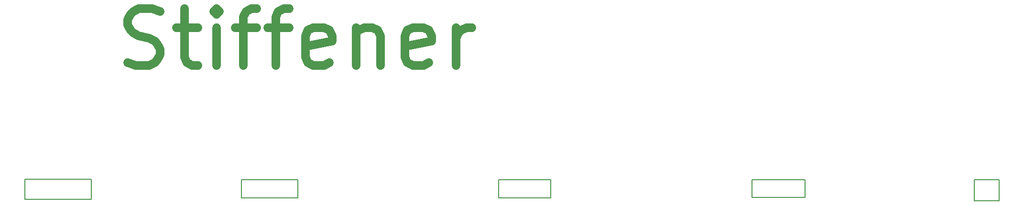
<source format=gbr>
%TF.GenerationSoftware,KiCad,Pcbnew,6.0.4-6f826c9f35~116~ubuntu20.04.1*%
%TF.CreationDate,2022-03-30T16:20:37-04:00*%
%TF.ProjectId,msa,6d73612e-6b69-4636-9164-5f7063625858,rev?*%
%TF.SameCoordinates,Original*%
%TF.FileFunction,Other,User*%
%FSLAX46Y46*%
G04 Gerber Fmt 4.6, Leading zero omitted, Abs format (unit mm)*
G04 Created by KiCad (PCBNEW 6.0.4-6f826c9f35~116~ubuntu20.04.1) date 2022-03-30 16:20:37*
%MOMM*%
%LPD*%
G01*
G04 APERTURE LIST*
%ADD10C,0.150000*%
%ADD11C,1.500000*%
G04 APERTURE END LIST*
D10*
X94000000Y-89675000D02*
X103975000Y-89675000D01*
X103975000Y-89675000D02*
X103975000Y-92950000D01*
X103975000Y-92950000D02*
X94000000Y-92950000D01*
X94000000Y-92950000D02*
X94000000Y-89675000D01*
X184410000Y-89750000D02*
X193855000Y-89750000D01*
X193855000Y-89750000D02*
X193855000Y-92885000D01*
X193855000Y-92885000D02*
X184410000Y-92885000D01*
X184410000Y-92885000D02*
X184410000Y-89750000D01*
X67437500Y-93185000D02*
X55662500Y-93185000D01*
X55662500Y-93185000D02*
X55662500Y-89600000D01*
X55662500Y-89600000D02*
X67437500Y-89600000D01*
X67437500Y-89600000D02*
X67437500Y-93185000D01*
X223860000Y-89755000D02*
X228230000Y-89755000D01*
X228230000Y-89755000D02*
X228230000Y-93425000D01*
X228230000Y-93425000D02*
X223860000Y-93425000D01*
X223860000Y-93425000D02*
X223860000Y-89755000D01*
X139560000Y-89715000D02*
X148835000Y-89715000D01*
X148835000Y-89715000D02*
X148835000Y-92920000D01*
X148835000Y-92920000D02*
X139560000Y-92920000D01*
X139560000Y-92920000D02*
X139560000Y-89715000D01*
D11*
X73910000Y-68967619D02*
X75338571Y-69443809D01*
X77719523Y-69443809D01*
X78671904Y-68967619D01*
X79148095Y-68491428D01*
X79624285Y-67539047D01*
X79624285Y-66586666D01*
X79148095Y-65634285D01*
X78671904Y-65158095D01*
X77719523Y-64681904D01*
X75814761Y-64205714D01*
X74862380Y-63729523D01*
X74386190Y-63253333D01*
X73910000Y-62300952D01*
X73910000Y-61348571D01*
X74386190Y-60396190D01*
X74862380Y-59920000D01*
X75814761Y-59443809D01*
X78195714Y-59443809D01*
X79624285Y-59920000D01*
X82481428Y-62777142D02*
X86290952Y-62777142D01*
X83910000Y-59443809D02*
X83910000Y-68015238D01*
X84386190Y-68967619D01*
X85338571Y-69443809D01*
X86290952Y-69443809D01*
X89624285Y-69443809D02*
X89624285Y-62777142D01*
X89624285Y-59443809D02*
X89148095Y-59920000D01*
X89624285Y-60396190D01*
X90100476Y-59920000D01*
X89624285Y-59443809D01*
X89624285Y-60396190D01*
X92957619Y-62777142D02*
X96767142Y-62777142D01*
X94386190Y-69443809D02*
X94386190Y-60872380D01*
X94862380Y-59920000D01*
X95814761Y-59443809D01*
X96767142Y-59443809D01*
X98671904Y-62777142D02*
X102481428Y-62777142D01*
X100100476Y-69443809D02*
X100100476Y-60872380D01*
X100576666Y-59920000D01*
X101529047Y-59443809D01*
X102481428Y-59443809D01*
X109624285Y-68967619D02*
X108671904Y-69443809D01*
X106767142Y-69443809D01*
X105814761Y-68967619D01*
X105338571Y-68015238D01*
X105338571Y-64205714D01*
X105814761Y-63253333D01*
X106767142Y-62777142D01*
X108671904Y-62777142D01*
X109624285Y-63253333D01*
X110100476Y-64205714D01*
X110100476Y-65158095D01*
X105338571Y-66110476D01*
X114386190Y-62777142D02*
X114386190Y-69443809D01*
X114386190Y-63729523D02*
X114862380Y-63253333D01*
X115814761Y-62777142D01*
X117243333Y-62777142D01*
X118195714Y-63253333D01*
X118671904Y-64205714D01*
X118671904Y-69443809D01*
X127243333Y-68967619D02*
X126290952Y-69443809D01*
X124386190Y-69443809D01*
X123433809Y-68967619D01*
X122957619Y-68015238D01*
X122957619Y-64205714D01*
X123433809Y-63253333D01*
X124386190Y-62777142D01*
X126290952Y-62777142D01*
X127243333Y-63253333D01*
X127719523Y-64205714D01*
X127719523Y-65158095D01*
X122957619Y-66110476D01*
X132005238Y-69443809D02*
X132005238Y-62777142D01*
X132005238Y-64681904D02*
X132481428Y-63729523D01*
X132957619Y-63253333D01*
X133910000Y-62777142D01*
X134862380Y-62777142D01*
M02*

</source>
